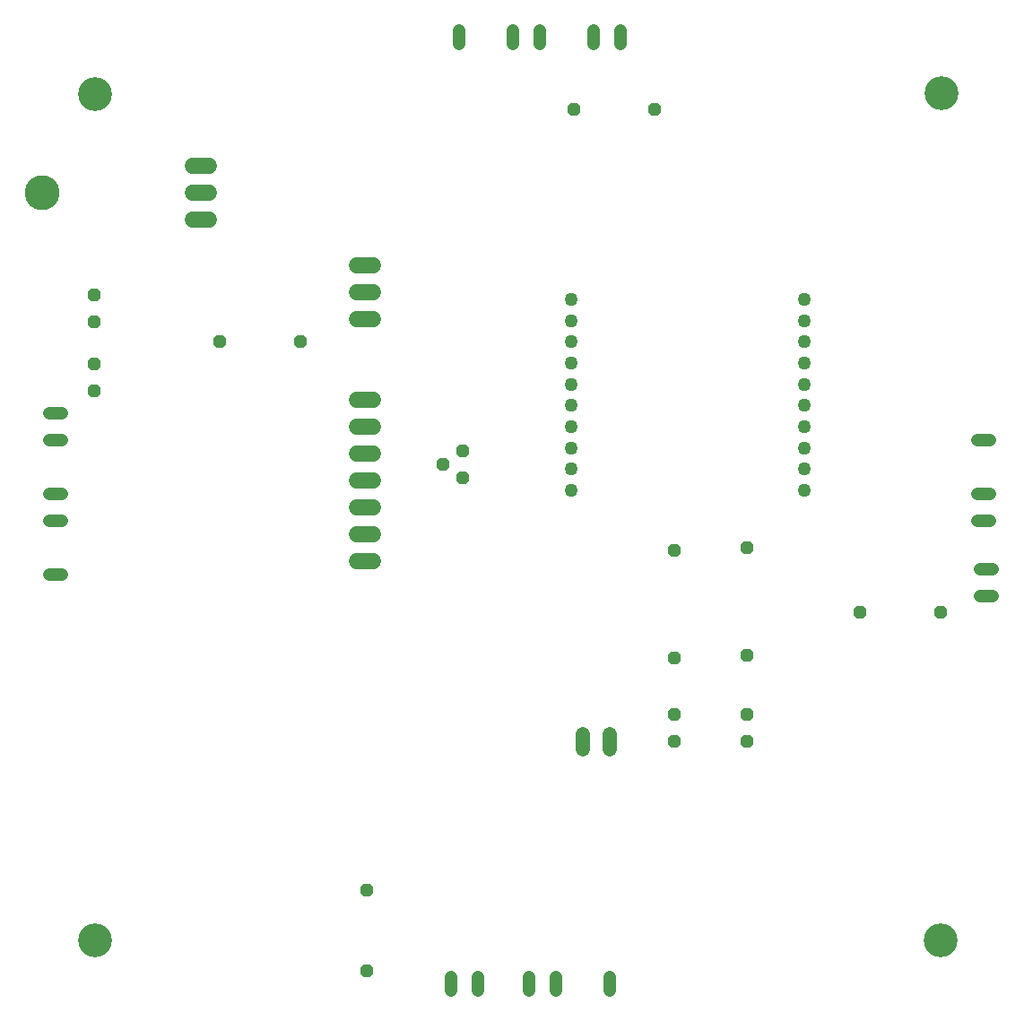
<source format=gts>
G75*
%MOIN*%
%OFA0B0*%
%FSLAX24Y24*%
%IPPOS*%
%LPD*%
%AMOC8*
5,1,8,0,0,1.08239X$1,22.5*
%
%ADD10C,0.1260*%
%ADD11C,0.0480*%
%ADD12C,0.0540*%
%ADD13OC8,0.0480*%
%ADD14C,0.0600*%
%ADD15C,0.0500*%
%ADD16C,0.1300*%
D10*
X004075Y004029D03*
X035506Y004029D03*
X035513Y035517D03*
X004076Y035494D03*
D11*
X002840Y023600D02*
X002360Y023600D01*
X002360Y022600D02*
X002840Y022600D01*
X002840Y020600D02*
X002360Y020600D01*
X002360Y019600D02*
X002840Y019600D01*
X002840Y017600D02*
X002360Y017600D01*
X017300Y002640D02*
X017300Y002160D01*
X018300Y002160D02*
X018300Y002640D01*
X020200Y002640D02*
X020200Y002160D01*
X021200Y002160D02*
X021200Y002640D01*
X023200Y002640D02*
X023200Y002160D01*
X036960Y016800D02*
X037440Y016800D01*
X037440Y017800D02*
X036960Y017800D01*
X036860Y019600D02*
X037340Y019600D01*
X037340Y020600D02*
X036860Y020600D01*
X036860Y022600D02*
X037340Y022600D01*
X023600Y037360D02*
X023600Y037840D01*
X022600Y037840D02*
X022600Y037360D01*
X020600Y037360D02*
X020600Y037840D01*
X019600Y037840D02*
X019600Y037360D01*
X017600Y037360D02*
X017600Y037840D01*
D12*
X022200Y011670D02*
X022200Y011130D01*
X023200Y011130D02*
X023200Y011670D01*
D13*
X025600Y011400D03*
X025600Y012400D03*
X025600Y014500D03*
X028300Y014600D03*
X028300Y012400D03*
X028300Y011400D03*
X032493Y016230D03*
X035493Y016230D03*
X028300Y018600D03*
X025600Y018500D03*
X017730Y021220D03*
X016980Y021720D03*
X017730Y022220D03*
X011698Y026295D03*
X008698Y026295D03*
X004033Y027031D03*
X004033Y028031D03*
X004033Y025464D03*
X004033Y024464D03*
X021853Y034919D03*
X024853Y034919D03*
X014171Y005872D03*
X014171Y002872D03*
D14*
X014400Y018100D02*
X013800Y018100D01*
X013800Y019100D02*
X014400Y019100D01*
X014400Y020100D02*
X013800Y020100D01*
X013800Y021100D02*
X014400Y021100D01*
X014400Y022100D02*
X013800Y022100D01*
X013800Y023100D02*
X014400Y023100D01*
X014400Y024100D02*
X013800Y024100D01*
X013800Y027100D02*
X014400Y027100D01*
X014400Y028100D02*
X013800Y028100D01*
X013800Y029100D02*
X014400Y029100D01*
X008285Y030818D02*
X007685Y030818D01*
X007685Y031818D02*
X008285Y031818D01*
X008285Y032818D02*
X007685Y032818D01*
D15*
X021769Y027843D03*
X021769Y027056D03*
X021769Y026269D03*
X021769Y025481D03*
X021769Y024694D03*
X021769Y023906D03*
X021769Y023119D03*
X021769Y022331D03*
X021769Y021544D03*
X021769Y020757D03*
X030431Y020757D03*
X030431Y021544D03*
X030431Y022331D03*
X030431Y023119D03*
X030431Y023906D03*
X030431Y024694D03*
X030431Y025481D03*
X030431Y026269D03*
X030431Y027056D03*
X030431Y027843D03*
D16*
X002085Y031818D03*
M02*

</source>
